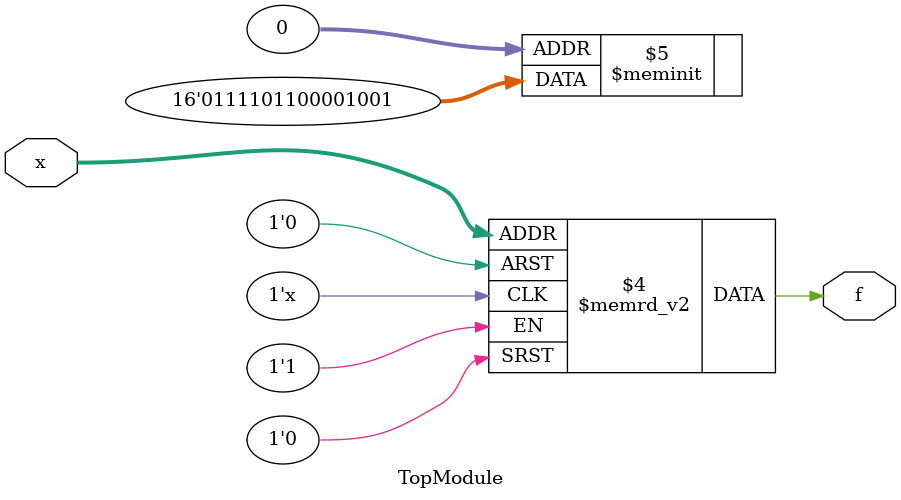
<source format=sv>
module TopModule (
    input logic [3:0] x,
    output logic f
);

    always @(*) begin
        case (x)
            4'b0000: f = 1'b1;
            4'b0001: f = 1'b0;
            4'b0010: f = 1'b0;
            4'b0011: f = 1'b1;
            4'b0100: f = 1'b0;
            4'b0101: f = 1'b0;
            4'b0110: f = 1'b0;
            4'b0111: f = 1'b0;
            4'b1000: f = 1'b1;
            4'b1001: f = 1'b1;
            4'b1010: f = 1'b0;
            4'b1011: f = 1'b1;
            4'b1100: f = 1'b1;
            4'b1101: f = 1'b1;
            4'b1110: f = 1'b1;
            4'b1111: f = 1'b0;
            default: f = 1'b0; // Default case to handle unexpected inputs
        endcase
    end

endmodule
</source>
